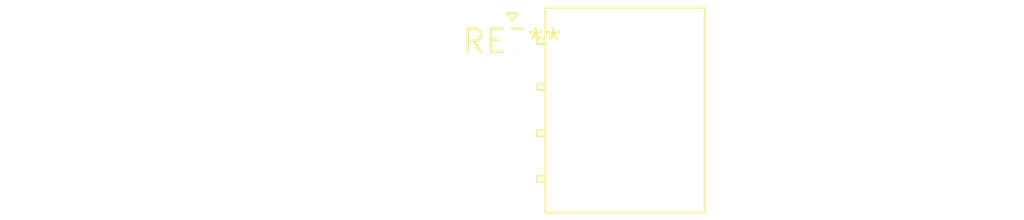
<source format=kicad_pcb>
(kicad_pcb (version 20240108) (generator pcbnew)
  (layers (0 "F.Cu" signal) (31 "B.Cu" signal) (34 "B.Paste" user) (35 "F.Paste" user) (36 "B.SilkS" user "B.Silkscreen") (37 "F.SilkS" user "F.Silkscreen") (38 "B.Mask" user) (39 "F.Mask" user) (44 "Edge.Cuts" user))
  (net 0 "")
  (footprint "Molex_Nano-Fit_105313-xx04_1x04_P2.50mm_Horizontal" (layer "F.Cu") (at 0 0)
    (property "Reference" "REF**")
    (property "Value" "Molex_Nano-Fit_105313-xx04_1x04_P2.50mm_Horizontal")
    (fp_line (start -0.3 -1.534264) (end 0 -1.11) (layer "F.SilkS") (stroke (width 0.12)))
    (fp_line (start 0 -1.11) (end 0.3 -1.534264) (layer "F.SilkS") (stroke (width 0.12)))
    (fp_line (start 0.3 -1.534264) (end -0.3 -1.534264) (layer "F.SilkS") (stroke (width 0.12)))
    (fp_line (start 1.36 -0.15) (end 1.36 0.15) (layer "F.SilkS") (stroke (width 0.12)))
    (fp_line (start 1.36 0.15) (end 1.81 0.15) (layer "F.SilkS") (stroke (width 0.12)))
    (fp_line (start 1.36 2.35) (end 1.36 2.65) (layer "F.SilkS") (stroke (width 0.12)))
    (fp_line (start 1.36 2.65) (end 1.81 2.65) (layer "F.SilkS") (stroke (width 0.12)))
    (fp_line (start 1.36 4.85) (end 1.36 5.15) (layer "F.SilkS") (stroke (width 0.12)))
    (fp_line (start 1.36 5.15) (end 1.81 5.15) (layer "F.SilkS") (stroke (width 0.12)))
    (fp_line (start 1.36 7.35) (end 1.36 7.65) (layer "F.SilkS") (stroke (width 0.12)))
    (fp_line (start 1.36 7.65) (end 1.81 7.65) (layer "F.SilkS") (stroke (width 0.12)))
    (fp_line (start 1.81 -1.83) (end 1.81 9.33) (layer "F.SilkS") (stroke (width 0.12)))
    (fp_line (start 1.81 -0.15) (end 1.36 -0.15) (layer "F.SilkS") (stroke (width 0.12)))
    (fp_line (start 1.81 0.15) (end 1.81 -0.15) (layer "F.SilkS") (stroke (width 0.12)))
    (fp_line (start 1.81 2.35) (end 1.36 2.35) (layer "F.SilkS") (stroke (width 0.12)))
    (fp_line (start 1.81 2.65) (end 1.81 2.35) (layer "F.SilkS") (stroke (width 0.12)))
    (fp_line (start 1.81 4.85) (end 1.36 4.85) (layer "F.SilkS") (stroke (width 0.12)))
    (fp_line (start 1.81 5.15) (end 1.81 4.85) (layer "F.SilkS") (stroke (width 0.12)))
    (fp_line (start 1.81 7.35) (end 1.36 7.35) (layer "F.SilkS") (stroke (width 0.12)))
    (fp_line (start 1.81 7.65) (end 1.81 7.35) (layer "F.SilkS") (stroke (width 0.12)))
    (fp_line (start 1.81 9.33) (end 10.49 9.33) (layer "F.SilkS") (stroke (width 0.12)))
    (fp_line (start 10.49 -1.83) (end 1.81 -1.83) (layer "F.SilkS") (stroke (width 0.12)))
    (fp_line (start 10.49 9.33) (end 10.49 -1.83) (layer "F.SilkS") (stroke (width 0.12)))
    (pad "" np_thru_hole circle (at 7.18 0) (size 1.7 1.7) (drill 1.7) (layers *.Cu *.Mask))
    (pad "" np_thru_hole circle (at 7.18 7.5) (size 1.7 1.7) (drill 1.7) (layers *.Cu *.Mask))
    (pad "1" thru_hole roundrect (at 0 0) (size 2.2 1.7) (drill 1.2) (layers *.Cu *.Mask) (remove_unused_layers) (roundrect_rratio 0.147059))
    (pad "2" thru_hole oval (at 0 2.5) (size 2.2 1.7) (drill 1.2) (layers *.Cu *.Mask) (remove_unused_layers))
    (pad "3" thru_hole oval (at 0 5) (size 2.2 1.7) (drill 1.2) (layers *.Cu *.Mask) (remove_unused_layers))
    (pad "4" thru_hole oval (at 0 7.5) (size 2.2 1.7) (drill 1.2) (layers *.Cu *.Mask) (remove_unused_layers))
  )
)
</source>
